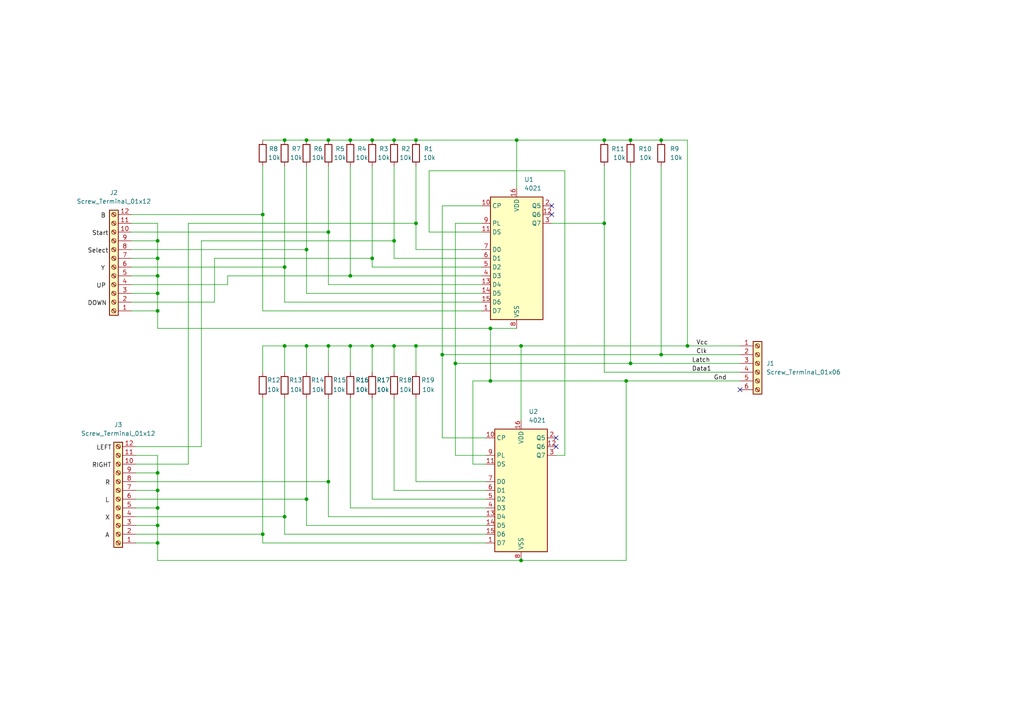
<source format=kicad_sch>
(kicad_sch (version 20231120) (generator "eeschema") (generator_version "8.0")
  (paper "A4")
  (lib_symbols
    (symbol "4xxx:4021"
      (property "Reference" "U" (at -5.08 19.05 0))
      (property "Value" "4021" (at 3.81 19.05 0))
      (symbol "4021_0_1"
        (rectangle (start -7.62 17.78) (end 7.62 -17.78) (stroke (width 0.254)) (fill (type background)))
      )
      (symbol "4021_1_1"
        (pin input line (at -10.16 -15.24 0) (length 2.54) (name "D7") (number "1"))
        (pin input line (at -10.16 15.24 0) (length 2.54) (name "CP") (number "10"))
        (pin input line (at -10.16 7.62 0) (length 2.54) (name "DS") (number "11"))
        (pin output line (at 10.16 12.7 180) (length 2.54) (name "Q6") (number "12"))
        (pin input line (at -10.16 -7.62 0) (length 2.54) (name "D4") (number "13"))
        (pin input line (at -10.16 -10.16 0) (length 2.54) (name "D5") (number "14"))
        (pin input line (at -10.16 -12.7 0) (length 2.54) (name "D6") (number "15"))
        (pin power_in line (at 0 20.32 270) (length 2.54) (name "VDD") (number "16"))
        (pin output line (at 10.16 15.24 180) (length 2.54) (name "Q5") (number "2"))
        (pin output line (at 10.16 10.16 180) (length 2.54) (name "Q7") (number "3"))
        (pin input line (at -10.16 -5.08 0) (length 2.54) (name "D3") (number "4"))
        (pin input line (at -10.16 -2.54 0) (length 2.54) (name "D2") (number "5"))
        (pin input line (at -10.16 0 0) (length 2.54) (name "D1") (number "6"))
        (pin input line (at -10.16 2.54 0) (length 2.54) (name "D0") (number "7"))
        (pin power_in line (at 0 -20.32 90) (length 2.54) (name "VSS") (number "8"))
        (pin input line (at -10.16 10.16 0) (length 2.54) (name "PL") (number "9"))
      )
    )
    (symbol "Connector:Screw_Terminal_01x06" (pin_names (offset 1.016) hide)
      (property "Reference" "J" (at 0 7.62 0))
      (property "Value" "Screw_Terminal_01x06" (at 0 -10.16 0))
      (symbol "Screw_Terminal_01x06_1_1"
        (rectangle (start -1.27 6.35) (end 1.27 -8.89) (stroke (width 0.254)) (fill (type background)))
        (circle (center 0 -7.62) (radius 0.635) (stroke (width 0.1524)))
        (circle (center 0 -5.08) (radius 0.635) (stroke (width 0.1524)))
        (circle (center 0 -2.54) (radius 0.635) (stroke (width 0.1524)))
        (polyline (pts (xy -0.5334 -7.2898) (xy 0.3302 -8.128)) (stroke (width 0.1524)))
        (polyline (pts (xy -0.5334 -4.7498) (xy 0.3302 -5.588)) (stroke (width 0.1524)))
        (polyline (pts (xy -0.5334 -2.2098) (xy 0.3302 -3.048)) (stroke (width 0.1524)))
        (polyline (pts (xy -0.5334 0.3302) (xy 0.3302 -0.508)) (stroke (width 0.1524)))
        (polyline (pts (xy -0.5334 2.8702) (xy 0.3302 2.032)) (stroke (width 0.1524)))
        (polyline (pts (xy -0.5334 5.4102) (xy 0.3302 4.572)) (stroke (width 0.1524)))
        (polyline (pts (xy -0.3556 -7.112) (xy 0.508 -7.9502)) (stroke (width 0.1524)))
        (polyline (pts (xy -0.3556 -4.572) (xy 0.508 -5.4102)) (stroke (width 0.1524)))
        (polyline (pts (xy -0.3556 -2.032) (xy 0.508 -2.8702)) (stroke (width 0.1524)))
        (polyline (pts (xy -0.3556 0.508) (xy 0.508 -0.3302)) (stroke (width 0.1524)))
        (polyline (pts (xy -0.3556 3.048) (xy 0.508 2.2098)) (stroke (width 0.1524)))
        (polyline (pts (xy -0.3556 5.588) (xy 0.508 4.7498)) (stroke (width 0.1524)))
        (circle (center 0 0) (radius 0.635) (stroke (width 0.1524)))
        (circle (center 0 2.54) (radius 0.635) (stroke (width 0.1524)))
        (circle (center 0 5.08) (radius 0.635) (stroke (width 0.1524)))
        (pin passive line (at -5.08 5.08 0) (length 3.81) (name "Pin_1") (number "1"))
        (pin passive line (at -5.08 2.54 0) (length 3.81) (name "Pin_2") (number "2"))
        (pin passive line (at -5.08 0 0) (length 3.81) (name "Pin_3") (number "3"))
        (pin passive line (at -5.08 -2.54 0) (length 3.81) (name "Pin_4") (number "4"))
        (pin passive line (at -5.08 -5.08 0) (length 3.81) (name "Pin_5") (number "5"))
        (pin passive line (at -5.08 -7.62 0) (length 3.81) (name "Pin_6") (number "6"))
      )
    )
    (symbol "Connector:Screw_Terminal_01x12" (pin_names (offset 1.016) hide)
      (property "Reference" "J" (at 0 15.24 0))
      (property "Value" "Screw_Terminal_01x12" (at 0 -17.78 0))
      (symbol "Screw_Terminal_01x12_1_1"
        (rectangle (start -1.27 13.97) (end 1.27 -16.51) (stroke (width 0.254)) (fill (type background)))
        (circle (center 0 -15.24) (radius 0.635) (stroke (width 0.1524)))
        (circle (center 0 -12.7) (radius 0.635) (stroke (width 0.1524)))
        (circle (center 0 -10.16) (radius 0.635) (stroke (width 0.1524)))
        (circle (center 0 -7.62) (radius 0.635) (stroke (width 0.1524)))
        (circle (center 0 -5.08) (radius 0.635) (stroke (width 0.1524)))
        (circle (center 0 -2.54) (radius 0.635) (stroke (width 0.1524)))
        (polyline (pts (xy -0.5334 -14.9098) (xy 0.3302 -15.748)) (stroke (width 0.1524)))
        (polyline (pts (xy -0.5334 -12.3698) (xy 0.3302 -13.208)) (stroke (width 0.1524)))
        (polyline (pts (xy -0.5334 -9.8298) (xy 0.3302 -10.668)) (stroke (width 0.1524)))
        (polyline (pts (xy -0.5334 -7.2898) (xy 0.3302 -8.128)) (stroke (width 0.1524)))
        (polyline (pts (xy -0.5334 -4.7498) (xy 0.3302 -5.588)) (stroke (width 0.1524)))
        (polyline (pts (xy -0.5334 -2.2098) (xy 0.3302 -3.048)) (stroke (width 0.1524)))
        (polyline (pts (xy -0.5334 0.3302) (xy 0.3302 -0.508)) (stroke (width 0.1524)))
        (polyline (pts (xy -0.5334 2.8702) (xy 0.3302 2.032)) (stroke (width 0.1524)))
        (polyline (pts (xy -0.5334 5.4102) (xy 0.3302 4.572)) (stroke (width 0.1524)))
        (polyline (pts (xy -0.5334 7.9502) (xy 0.3302 7.112)) (stroke (width 0.1524)))
        (polyline (pts (xy -0.5334 10.4902) (xy 0.3302 9.652)) (stroke (width 0.1524)))
        (polyline (pts (xy -0.5334 13.0302) (xy 0.3302 12.192)) (stroke (width 0.1524)))
        (polyline (pts (xy -0.3556 -14.732) (xy 0.508 -15.5702)) (stroke (width 0.1524)))
        (polyline (pts (xy -0.3556 -12.192) (xy 0.508 -13.0302)) (stroke (width 0.1524)))
        (polyline (pts (xy -0.3556 -9.652) (xy 0.508 -10.4902)) (stroke (width 0.1524)))
        (polyline (pts (xy -0.3556 -7.112) (xy 0.508 -7.9502)) (stroke (width 0.1524)))
        (polyline (pts (xy -0.3556 -4.572) (xy 0.508 -5.4102)) (stroke (width 0.1524)))
        (polyline (pts (xy -0.3556 -2.032) (xy 0.508 -2.8702)) (stroke (width 0.1524)))
        (polyline (pts (xy -0.3556 0.508) (xy 0.508 -0.3302)) (stroke (width 0.1524)))
        (polyline (pts (xy -0.3556 3.048) (xy 0.508 2.2098)) (stroke (width 0.1524)))
        (polyline (pts (xy -0.3556 5.588) (xy 0.508 4.7498)) (stroke (width 0.1524)))
        (polyline (pts (xy -0.3556 8.128) (xy 0.508 7.2898)) (stroke (width 0.1524)))
        (polyline (pts (xy -0.3556 10.668) (xy 0.508 9.8298)) (stroke (width 0.1524)))
        (polyline (pts (xy -0.3556 13.208) (xy 0.508 12.3698)) (stroke (width 0.1524)))
        (circle (center 0 0) (radius 0.635) (stroke (width 0.1524)))
        (circle (center 0 2.54) (radius 0.635) (stroke (width 0.1524)))
        (circle (center 0 5.08) (radius 0.635) (stroke (width 0.1524)))
        (circle (center 0 7.62) (radius 0.635) (stroke (width 0.1524)))
        (circle (center 0 10.16) (radius 0.635) (stroke (width 0.1524)))
        (circle (center 0 12.7) (radius 0.635) (stroke (width 0.1524)))
        (pin passive line (at -5.08 12.7 0) (length 3.81) (name "Pin_1") (number "1"))
        (pin passive line (at -5.08 -10.16 0) (length 3.81) (name "Pin_10") (number "10"))
        (pin passive line (at -5.08 -12.7 0) (length 3.81) (name "Pin_11") (number "11"))
        (pin passive line (at -5.08 -15.24 0) (length 3.81) (name "Pin_12") (number "12"))
        (pin passive line (at -5.08 10.16 0) (length 3.81) (name "Pin_2") (number "2"))
        (pin passive line (at -5.08 7.62 0) (length 3.81) (name "Pin_3") (number "3"))
        (pin passive line (at -5.08 5.08 0) (length 3.81) (name "Pin_4") (number "4"))
        (pin passive line (at -5.08 2.54 0) (length 3.81) (name "Pin_5") (number "5"))
        (pin passive line (at -5.08 0 0) (length 3.81) (name "Pin_6") (number "6"))
        (pin passive line (at -5.08 -2.54 0) (length 3.81) (name "Pin_7") (number "7"))
        (pin passive line (at -5.08 -5.08 0) (length 3.81) (name "Pin_8") (number "8"))
        (pin passive line (at -5.08 -7.62 0) (length 3.81) (name "Pin_9") (number "9"))
      )
    )
    (symbol "Device:R" (pin_numbers hide) (pin_names (offset 0))
      (property "Reference" "R" (at 2.032 0 90))
      (property "Value" "R" (at 0 0 90))
      (symbol "R_0_1"
        (rectangle (start -1.016 -2.54) (end 1.016 2.54) (stroke (width 0.254)))
      )
      (symbol "R_1_1"
        (pin passive line (at 0 3.81 270) (length 1.27) (name "~") (number "1"))
        (pin passive line (at 0 -3.81 90) (length 1.27) (name "~") (number "2"))
      )
    )
  )
  (junction (at 88.9 72.39))
  (junction (at 101.6 40.64))
  (junction (at 114.3 40.64))
  (junction (at 142.24 95.25))
  (junction (at 182.88 105.41))
  (junction (at 95.25 139.7))
  (junction (at 45.72 157.48))
  (junction (at 45.72 69.85))
  (junction (at 45.72 80.01))
  (junction (at 45.72 74.93))
  (junction (at 45.72 147.32))
  (junction (at 76.2 154.94))
  (junction (at 45.72 85.09))
  (junction (at 45.72 142.24))
  (junction (at 45.72 90.17))
  (junction (at 149.86 40.64))
  (junction (at 45.72 137.16))
  (junction (at 151.13 100.33))
  (junction (at 120.65 100.33))
  (junction (at 88.9 40.64))
  (junction (at 88.9 100.33))
  (junction (at 114.3 100.33))
  (junction (at 101.6 100.33))
  (junction (at 82.55 149.86))
  (junction (at 175.26 40.64))
  (junction (at 95.25 100.33))
  (junction (at 88.9 144.78))
  (junction (at 191.77 40.64))
  (junction (at 120.65 40.64))
  (junction (at 181.61 110.49))
  (junction (at 199.39 100.33))
  (junction (at 132.08 105.41))
  (junction (at 175.26 64.77))
  (junction (at 114.3 69.85))
  (junction (at 120.65 64.77))
  (junction (at 76.2 62.23))
  (junction (at 95.25 40.64))
  (junction (at 45.72 152.4))
  (junction (at 82.55 77.47))
  (junction (at 107.95 100.33))
  (junction (at 151.13 162.56))
  (junction (at 82.55 40.64))
  (junction (at 107.95 74.93))
  (junction (at 142.24 110.49))
  (junction (at 128.27 102.87))
  (junction (at 82.55 100.33))
  (junction (at 107.95 40.64))
  (junction (at 191.77 102.87))
  (junction (at 101.6 80.01))
  (junction (at 182.88 40.64))
  (junction (at 95.25 67.31))
  (no_connect (at 160.02 59.69))
  (no_connect (at 214.63 113.03))
  (no_connect (at 161.29 127))
  (no_connect (at 161.29 129.54))
  (no_connect (at 160.02 62.23))
  (wire (pts (xy 38.1 62.23) (xy 76.2 62.23)))
  (wire (pts (xy 140.97 154.94) (xy 82.55 154.94)))
  (wire (pts (xy 101.6 80.01) (xy 139.7 80.01)))
  (wire (pts (xy 149.86 40.64) (xy 175.26 40.64)))
  (wire (pts (xy 101.6 48.26) (xy 101.6 80.01)))
  (wire (pts (xy 38.1 80.01) (xy 45.72 80.01)))
  (wire (pts (xy 82.55 40.64) (xy 88.9 40.64)))
  (wire (pts (xy 39.37 137.16) (xy 45.72 137.16)))
  (wire (pts (xy 88.9 144.78) (xy 88.9 152.4)))
  (wire (pts (xy 163.83 49.53) (xy 163.83 132.08)))
  (wire (pts (xy 39.37 154.94) (xy 76.2 154.94)))
  (wire (pts (xy 38.1 87.63) (xy 62.23 87.63)))
  (wire (pts (xy 124.46 49.53) (xy 163.83 49.53)))
  (wire (pts (xy 137.16 134.62) (xy 137.16 110.49)))
  (wire (pts (xy 95.25 139.7) (xy 95.25 115.57)))
  (wire (pts (xy 120.65 64.77) (xy 120.65 72.39)))
  (wire (pts (xy 151.13 100.33) (xy 199.39 100.33)))
  (wire (pts (xy 76.2 40.64) (xy 82.55 40.64)))
  (wire (pts (xy 39.37 134.62) (xy 54.61 134.62)))
  (wire (pts (xy 38.1 74.93) (xy 45.72 74.93)))
  (wire (pts (xy 182.88 105.41) (xy 214.63 105.41)))
  (wire (pts (xy 163.83 132.08) (xy 161.29 132.08)))
  (wire (pts (xy 39.37 129.54) (xy 58.42 129.54)))
  (wire (pts (xy 128.27 127) (xy 140.97 127)))
  (wire (pts (xy 140.97 152.4) (xy 88.9 152.4)))
  (wire (pts (xy 140.97 142.24) (xy 114.3 142.24)))
  (wire (pts (xy 82.55 115.57) (xy 82.55 149.86)))
  (wire (pts (xy 95.25 67.31) (xy 95.25 82.55)))
  (wire (pts (xy 101.6 100.33) (xy 101.6 107.95)))
  (wire (pts (xy 45.72 80.01) (xy 45.72 74.93)))
  (wire (pts (xy 62.23 74.93) (xy 107.95 74.93)))
  (wire (pts (xy 76.2 100.33) (xy 82.55 100.33)))
  (wire (pts (xy 39.37 149.86) (xy 82.55 149.86)))
  (wire (pts (xy 76.2 154.94) (xy 76.2 115.57)))
  (wire (pts (xy 45.72 157.48) (xy 39.37 157.48)))
  (wire (pts (xy 38.1 85.09) (xy 45.72 85.09)))
  (wire (pts (xy 114.3 142.24) (xy 114.3 115.57)))
  (wire (pts (xy 39.37 142.24) (xy 45.72 142.24)))
  (wire (pts (xy 107.95 48.26) (xy 107.95 74.93)))
  (wire (pts (xy 45.72 142.24) (xy 45.72 137.16)))
  (wire (pts (xy 175.26 64.77) (xy 175.26 48.26)))
  (wire (pts (xy 107.95 77.47) (xy 139.7 77.47)))
  (wire (pts (xy 142.24 95.25) (xy 142.24 110.49)))
  (wire (pts (xy 140.97 149.86) (xy 95.25 149.86)))
  (wire (pts (xy 38.1 72.39) (xy 88.9 72.39)))
  (wire (pts (xy 151.13 121.92) (xy 151.13 100.33)))
  (wire (pts (xy 76.2 62.23) (xy 76.2 90.17)))
  (wire (pts (xy 95.25 100.33) (xy 101.6 100.33)))
  (wire (pts (xy 95.25 149.86) (xy 95.25 139.7)))
  (wire (pts (xy 114.3 69.85) (xy 114.3 74.93)))
  (wire (pts (xy 132.08 105.41) (xy 132.08 132.08)))
  (wire (pts (xy 120.65 139.7) (xy 120.65 115.57)))
  (wire (pts (xy 66.04 82.55) (xy 66.04 80.01)))
  (wire (pts (xy 38.1 69.85) (xy 45.72 69.85)))
  (wire (pts (xy 88.9 48.26) (xy 88.9 72.39)))
  (wire (pts (xy 82.55 100.33) (xy 88.9 100.33)))
  (wire (pts (xy 128.27 102.87) (xy 191.77 102.87)))
  (wire (pts (xy 39.37 139.7) (xy 95.25 139.7)))
  (wire (pts (xy 114.3 40.64) (xy 120.65 40.64)))
  (wire (pts (xy 191.77 102.87) (xy 214.63 102.87)))
  (wire (pts (xy 39.37 144.78) (xy 88.9 144.78)))
  (wire (pts (xy 88.9 100.33) (xy 88.9 107.95)))
  (wire (pts (xy 199.39 40.64) (xy 199.39 100.33)))
  (wire (pts (xy 199.39 100.33) (xy 214.63 100.33)))
  (wire (pts (xy 45.72 137.16) (xy 45.72 132.08)))
  (wire (pts (xy 182.88 105.41) (xy 182.88 48.26)))
  (wire (pts (xy 45.72 90.17) (xy 45.72 85.09)))
  (wire (pts (xy 175.26 107.95) (xy 175.26 64.77)))
  (wire (pts (xy 82.55 100.33) (xy 82.55 107.95)))
  (wire (pts (xy 114.3 100.33) (xy 114.3 107.95)))
  (wire (pts (xy 88.9 40.64) (xy 95.25 40.64)))
  (wire (pts (xy 191.77 102.87) (xy 191.77 48.26)))
  (wire (pts (xy 76.2 157.48) (xy 76.2 154.94)))
  (wire (pts (xy 140.97 147.32) (xy 101.6 147.32)))
  (wire (pts (xy 45.72 85.09) (xy 45.72 80.01)))
  (wire (pts (xy 107.95 100.33) (xy 107.95 107.95)))
  (wire (pts (xy 149.86 40.64) (xy 149.86 54.61)))
  (wire (pts (xy 54.61 64.77) (xy 120.65 64.77)))
  (wire (pts (xy 45.72 152.4) (xy 45.72 147.32)))
  (wire (pts (xy 54.61 134.62) (xy 54.61 64.77)))
  (wire (pts (xy 38.1 67.31) (xy 95.25 67.31)))
  (wire (pts (xy 142.24 110.49) (xy 181.61 110.49)))
  (wire (pts (xy 120.65 100.33) (xy 120.65 107.95)))
  (wire (pts (xy 175.26 107.95) (xy 214.63 107.95)))
  (wire (pts (xy 82.55 48.26) (xy 82.55 77.47)))
  (wire (pts (xy 120.65 100.33) (xy 151.13 100.33)))
  (wire (pts (xy 128.27 102.87) (xy 128.27 127)))
  (wire (pts (xy 120.65 72.39) (xy 139.7 72.39)))
  (wire (pts (xy 160.02 64.77) (xy 175.26 64.77)))
  (wire (pts (xy 88.9 115.57) (xy 88.9 144.78)))
  (wire (pts (xy 45.72 90.17) (xy 38.1 90.17)))
  (wire (pts (xy 95.25 48.26) (xy 95.25 67.31)))
  (wire (pts (xy 45.72 74.93) (xy 45.72 69.85)))
  (wire (pts (xy 107.95 40.64) (xy 114.3 40.64)))
  (wire (pts (xy 88.9 85.09) (xy 139.7 85.09)))
  (wire (pts (xy 140.97 134.62) (xy 137.16 134.62)))
  (wire (pts (xy 181.61 110.49) (xy 214.63 110.49)))
  (wire (pts (xy 82.55 149.86) (xy 82.55 154.94)))
  (wire (pts (xy 124.46 67.31) (xy 139.7 67.31)))
  (wire (pts (xy 139.7 64.77) (xy 132.08 64.77)))
  (wire (pts (xy 45.72 162.56) (xy 45.72 157.48)))
  (wire (pts (xy 39.37 152.4) (xy 45.72 152.4)))
  (wire (pts (xy 58.42 69.85) (xy 114.3 69.85)))
  (wire (pts (xy 120.65 40.64) (xy 149.86 40.64)))
  (wire (pts (xy 45.72 69.85) (xy 45.72 64.77)))
  (wire (pts (xy 45.72 157.48) (xy 45.72 152.4)))
  (wire (pts (xy 107.95 100.33) (xy 114.3 100.33)))
  (wire (pts (xy 45.72 95.25) (xy 142.24 95.25)))
  (wire (pts (xy 182.88 40.64) (xy 191.77 40.64)))
  (wire (pts (xy 39.37 147.32) (xy 45.72 147.32)))
  (wire (pts (xy 45.72 132.08) (xy 39.37 132.08)))
  (wire (pts (xy 88.9 72.39) (xy 88.9 85.09)))
  (wire (pts (xy 132.08 105.41) (xy 182.88 105.41)))
  (wire (pts (xy 62.23 87.63) (xy 62.23 74.93)))
  (wire (pts (xy 38.1 77.47) (xy 82.55 77.47)))
  (wire (pts (xy 95.25 100.33) (xy 95.25 107.95)))
  (wire (pts (xy 181.61 110.49) (xy 181.61 162.56)))
  (wire (pts (xy 107.95 144.78) (xy 107.95 115.57)))
  (wire (pts (xy 140.97 139.7) (xy 120.65 139.7)))
  (wire (pts (xy 114.3 100.33) (xy 120.65 100.33)))
  (wire (pts (xy 114.3 74.93) (xy 139.7 74.93)))
  (wire (pts (xy 140.97 157.48) (xy 76.2 157.48)))
  (wire (pts (xy 88.9 100.33) (xy 95.25 100.33)))
  (wire (pts (xy 45.72 147.32) (xy 45.72 142.24)))
  (wire (pts (xy 82.55 77.47) (xy 82.55 87.63)))
  (wire (pts (xy 95.25 82.55) (xy 139.7 82.55)))
  (wire (pts (xy 132.08 132.08) (xy 140.97 132.08)))
  (wire (pts (xy 149.86 95.25) (xy 142.24 95.25)))
  (wire (pts (xy 175.26 40.64) (xy 182.88 40.64)))
  (wire (pts (xy 107.95 74.93) (xy 107.95 77.47)))
  (wire (pts (xy 82.55 87.63) (xy 139.7 87.63)))
  (wire (pts (xy 137.16 110.49) (xy 142.24 110.49)))
  (wire (pts (xy 76.2 90.17) (xy 139.7 90.17)))
  (wire (pts (xy 191.77 40.64) (xy 199.39 40.64)))
  (wire (pts (xy 58.42 129.54) (xy 58.42 69.85)))
  (wire (pts (xy 128.27 59.69) (xy 128.27 102.87)))
  (wire (pts (xy 140.97 144.78) (xy 107.95 144.78)))
  (wire (pts (xy 76.2 100.33) (xy 76.2 107.95)))
  (wire (pts (xy 95.25 40.64) (xy 101.6 40.64)))
  (wire (pts (xy 139.7 59.69) (xy 128.27 59.69)))
  (wire (pts (xy 45.72 64.77) (xy 38.1 64.77)))
  (wire (pts (xy 114.3 48.26) (xy 114.3 69.85)))
  (wire (pts (xy 124.46 67.31) (xy 124.46 49.53)))
  (wire (pts (xy 120.65 48.26) (xy 120.65 64.77)))
  (wire (pts (xy 38.1 82.55) (xy 66.04 82.55)))
  (wire (pts (xy 45.72 162.56) (xy 151.13 162.56)))
  (wire (pts (xy 101.6 100.33) (xy 107.95 100.33)))
  (wire (pts (xy 181.61 162.56) (xy 151.13 162.56)))
  (wire (pts (xy 45.72 95.25) (xy 45.72 90.17)))
  (wire (pts (xy 66.04 80.01) (xy 101.6 80.01)))
  (wire (pts (xy 132.08 64.77) (xy 132.08 105.41)))
  (wire (pts (xy 101.6 40.64) (xy 107.95 40.64)))
  (wire (pts (xy 101.6 147.32) (xy 101.6 115.57)))
  (wire (pts (xy 76.2 48.26) (xy 76.2 62.23)))
  (label "A" (at 30.48 156.21 0))
  (label "DOWN" (at 25.4 88.9 0))
  (label "Select" (at 25.4 73.66 0))
  (label "R" (at 30.48 140.97 0))
  (label "UP" (at 27.94 83.82 0))
  (label "Latch" (at 200.66 105.41 0))
  (label "Y" (at 29.21 78.74 0))
  (label "LEFT" (at 27.94 130.81 0))
  (label "Clk" (at 201.93 102.87 0))
  (label "Data1" (at 200.66 107.95 0))
  (label "L" (at 30.48 146.05 0))
  (label "Vcc" (at 201.93 100.33 0))
  (label "X" (at 30.48 151.13 0))
  (label "RIGHT" (at 26.67 135.89 0))
  (label "Gnd" (at 207.01 110.49 0))
  (label "Start" (at 26.67 68.58 0))
  (label "B" (at 29.21 63.5 0))
  (symbol (lib_id "Device:R") (at 82.55 44.45 0) (unit 1)
    (property "Reference" "R7" (at 84.582 43.18 0) (effects (justify left)))
    (property "Value" "10k" (at 84.074 45.72 0) (effects (justify left)))
    (property "Footprint" "Resistor_THT:R_Axial_DIN0207_L6.3mm_D2.5mm_P5.08mm_Vertical" (effects (hide yes)))
    (property "Description" "Resistor" (effects (hide yes)))
  )
  (symbol (lib_id "Device:R") (at 101.6 44.45 0) (unit 1)
    (property "Reference" "R4" (at 103.632 43.18 0) (effects (justify left)))
    (property "Value" "10k" (at 103.124 45.72 0) (effects (justify left)))
    (property "Footprint" "Resistor_THT:R_Axial_DIN0207_L6.3mm_D2.5mm_P5.08mm_Vertical" (effects (hide yes)))
    (property "Description" "Resistor" (effects (hide yes)))
  )
  (symbol (lib_id "Connector:Screw_Terminal_01x06") (at 219.71 105.41 0) (unit 1)
    (property "Reference" "J1" (at 222.25 105.4099 0) (effects (justify left)))
    (property "Value" "Screw_Terminal_01x06" (at 222.25 107.9499 0) (effects (justify left)))
    (property "Footprint" "TerminalBlock:TerminalBlock_MaiXu_MX126-5.0-06P_1x06_P5.00mm" (effects (hide yes)))
    (property "Description" "Generic screw terminal, single row, 01x06, script generated (kicad-library-utils/schlib/autogen/connector/)" (effects (hide yes)))
  )
  (symbol (lib_id "Connector:Screw_Terminal_01x12") (at 33.02 77.47 180) (unit 1)
    (property "Reference" "J2" (at 33.02 55.88 0))
    (property "Value" "Screw_Terminal_01x12" (at 33.02 58.42 0))
    (property "Footprint" "TerminalBlock:TerminalBlock_MaiXu_MX126-5.0-12P_1x12_P5.00mm" (effects (hide yes)))
    (property "Description" "Generic screw terminal, single row, 01x12, script generated (kicad-library-utils/schlib/autogen/connector/)" (effects (hide yes)))
  )
  (symbol (lib_id "Device:R") (at 107.95 111.76 0) (unit 1)
    (property "Reference" "R17" (at 109.22 110.236 0) (effects (justify left)))
    (property "Value" "10k" (at 109.22 113.03 0) (effects (justify left)))
    (property "Footprint" "Resistor_THT:R_Axial_DIN0207_L6.3mm_D2.5mm_P5.08mm_Vertical" (effects (hide yes)))
    (property "Description" "Resistor" (effects (hide yes)))
  )
  (symbol (lib_id "Device:R") (at 107.95 44.45 0) (unit 1)
    (property "Reference" "R3" (at 109.982 43.18 0) (effects (justify left)))
    (property "Value" "10k" (at 109.474 45.72 0) (effects (justify left)))
    (property "Footprint" "Resistor_THT:R_Axial_DIN0207_L6.3mm_D2.5mm_P5.08mm_Vertical" (effects (hide yes)))
    (property "Description" "Resistor" (effects (hide yes)))
  )
  (symbol (lib_id "Device:R") (at 191.77 44.45 0) (unit 1)
    (property "Reference" "R9" (at 194.31 43.1799 0) (effects (justify left)))
    (property "Value" "10k" (at 194.31 45.7199 0) (effects (justify left)))
    (property "Footprint" "Resistor_THT:R_Axial_DIN0207_L6.3mm_D2.5mm_P5.08mm_Vertical" (effects (hide yes)))
    (property "Description" "Resistor" (effects (hide yes)))
  )
  (symbol (lib_id "Device:R") (at 101.6 111.76 0) (unit 1)
    (property "Reference" "R16" (at 103.124 110.236 0) (effects (justify left)))
    (property "Value" "10k" (at 103.124 113.03 0) (effects (justify left)))
    (property "Footprint" "Resistor_THT:R_Axial_DIN0207_L6.3mm_D2.5mm_P5.08mm_Vertical" (effects (hide yes)))
    (property "Description" "Resistor" (effects (hide yes)))
  )
  (symbol (lib_id "4xxx:4021") (at 149.86 74.93 0) (unit 1)
    (property "Reference" "U1" (at 152.0541 52.07 0) (effects (justify left)))
    (property "Value" "4021" (at 152.0541 54.61 0) (effects (justify left)))
    (property "Footprint" "Package_DIP:DIP-16_W7.62mm" (effects (hide yes)))
    (property "Datasheet" "https://assets.nexperia.com/documents/data-sheet/HEF4021B.pdf" (effects (hide yes)))
    (property "Description" "8-bit static shift register" (effects (hide yes)))
  )
  (symbol (lib_id "Device:R") (at 114.3 111.76 0) (unit 1)
    (property "Reference" "R18" (at 115.57 110.236 0) (effects (justify left)))
    (property "Value" "10k" (at 115.824 113.03 0) (effects (justify left)))
    (property "Footprint" "Resistor_THT:R_Axial_DIN0207_L6.3mm_D2.5mm_P5.08mm_Vertical" (effects (hide yes)))
    (property "Description" "Resistor" (effects (hide yes)))
  )
  (symbol (lib_id "Device:R") (at 82.55 111.76 0) (unit 1)
    (property "Reference" "R13" (at 83.82 110.236 0) (effects (justify left)))
    (property "Value" "10k" (at 84.074 113.03 0) (effects (justify left)))
    (property "Footprint" "Resistor_THT:R_Axial_DIN0207_L6.3mm_D2.5mm_P5.08mm_Vertical" (effects (hide yes)))
    (property "Description" "Resistor" (effects (hide yes)))
  )
  (symbol (lib_id "Device:R") (at 95.25 111.76 0) (unit 1)
    (property "Reference" "R15" (at 96.52 110.236 0) (effects (justify left)))
    (property "Value" "10k" (at 96.52 113.03 0) (effects (justify left)))
    (property "Footprint" "Resistor_THT:R_Axial_DIN0207_L6.3mm_D2.5mm_P5.08mm_Vertical" (effects (hide yes)))
    (property "Description" "Resistor" (effects (hide yes)))
  )
  (symbol (lib_id "Device:R") (at 88.9 44.45 0) (unit 1)
    (property "Reference" "R6" (at 90.932 43.18 0) (effects (justify left)))
    (property "Value" "10k" (at 90.424 45.72 0) (effects (justify left)))
    (property "Footprint" "Resistor_THT:R_Axial_DIN0207_L6.3mm_D2.5mm_P5.08mm_Vertical" (effects (hide yes)))
    (property "Description" "Resistor" (effects (hide yes)))
  )
  (symbol (lib_id "Connector:Screw_Terminal_01x12") (at 34.29 144.78 180) (unit 1)
    (property "Reference" "J3" (at 34.29 123.19 0))
    (property "Value" "Screw_Terminal_01x12" (at 34.29 125.73 0))
    (property "Footprint" "TerminalBlock:TerminalBlock_MaiXu_MX126-5.0-12P_1x12_P5.00mm" (effects (hide yes)))
    (property "Description" "Generic screw terminal, single row, 01x12, script generated (kicad-library-utils/schlib/autogen/connector/)" (effects (hide yes)))
  )
  (symbol (lib_id "Device:R") (at 88.9 111.76 0) (unit 1)
    (property "Reference" "R14" (at 90.17 110.236 0) (effects (justify left)))
    (property "Value" "10k" (at 90.424 113.03 0) (effects (justify left)))
    (property "Footprint" "Resistor_THT:R_Axial_DIN0207_L6.3mm_D2.5mm_P5.08mm_Vertical" (effects (hide yes)))
    (property "Description" "Resistor" (effects (hide yes)))
  )
  (symbol (lib_id "Device:R") (at 120.65 111.76 0) (unit 1)
    (property "Reference" "R19" (at 122.174 110.236 0) (effects (justify left)))
    (property "Value" "10k" (at 122.428 113.03 0) (effects (justify left)))
    (property "Footprint" "Resistor_THT:R_Axial_DIN0207_L6.3mm_D2.5mm_P5.08mm_Vertical" (effects (hide yes)))
    (property "Description" "Resistor" (effects (hide yes)))
  )
  (symbol (lib_id "4xxx:4021") (at 151.13 142.24 0) (unit 1)
    (property "Reference" "U2" (at 153.3241 119.38 0) (effects (justify left)))
    (property "Value" "4021" (at 153.3241 121.92 0) (effects (justify left)))
    (property "Footprint" "Package_DIP:DIP-16_W7.62mm" (effects (hide yes)))
    (property "Datasheet" "https://assets.nexperia.com/documents/data-sheet/HEF4021B.pdf" (effects (hide yes)))
    (property "Description" "8-bit static shift register" (effects (hide yes)))
  )
  (symbol (lib_id "Device:R") (at 175.26 44.45 0) (unit 1)
    (property "Reference" "R11" (at 177.292 43.18 0) (effects (justify left)))
    (property "Value" "10k" (at 177.8 45.7199 0) (effects (justify left)))
    (property "Footprint" "Resistor_THT:R_Axial_DIN0207_L6.3mm_D2.5mm_P5.08mm_Vertical" (effects (hide yes)))
    (property "Description" "Resistor" (effects (hide yes)))
  )
  (symbol (lib_id "Device:R") (at 76.2 44.45 0) (unit 1)
    (property "Reference" "R8" (at 77.978 43.18 0) (effects (justify left)))
    (property "Value" "10k" (at 77.724 45.72 0) (effects (justify left)))
    (property "Footprint" "Resistor_THT:R_Axial_DIN0207_L6.3mm_D2.5mm_P5.08mm_Vertical" (effects (hide yes)))
    (property "Description" "Resistor" (effects (hide yes)))
  )
  (symbol (lib_id "Device:R") (at 76.2 111.76 0) (unit 1)
    (property "Reference" "R12" (at 77.47 110.236 0) (effects (justify left)))
    (property "Value" "10k" (at 77.47 113.03 0) (effects (justify left)))
    (property "Footprint" "Resistor_THT:R_Axial_DIN0207_L6.3mm_D2.5mm_P5.08mm_Vertical" (effects (hide yes)))
    (property "Description" "Resistor" (effects (hide yes)))
  )
  (symbol (lib_id "Device:R") (at 182.88 44.45 0) (unit 1)
    (property "Reference" "R10" (at 185.166 43.18 0) (effects (justify left)))
    (property "Value" "10k" (at 185.42 45.7199 0) (effects (justify left)))
    (property "Footprint" "Resistor_THT:R_Axial_DIN0207_L6.3mm_D2.5mm_P5.08mm_Vertical" (effects (hide yes)))
    (property "Description" "Resistor" (effects (hide yes)))
  )
  (symbol (lib_id "Device:R") (at 120.65 44.45 0) (unit 1)
    (property "Reference" "R1" (at 122.936 43.18 0) (effects (justify left)))
    (property "Value" "10k" (at 122.682 45.72 0) (effects (justify left)))
    (property "Footprint" "Resistor_THT:R_Axial_DIN0207_L6.3mm_D2.5mm_P5.08mm_Vertical" (effects (hide yes)))
    (property "Description" "Resistor" (effects (hide yes)))
  )
  (symbol (lib_id "Device:R") (at 95.25 44.45 0) (unit 1)
    (property "Reference" "R5" (at 97.282 43.18 0) (effects (justify left)))
    (property "Value" "10k" (at 96.774 45.72 0) (effects (justify left)))
    (property "Footprint" "Resistor_THT:R_Axial_DIN0207_L6.3mm_D2.5mm_P5.08mm_Vertical" (effects (hide yes)))
    (property "Description" "Resistor" (effects (hide yes)))
  )
  (symbol (lib_id "Device:R") (at 114.3 44.45 0) (unit 1)
    (property "Reference" "R2" (at 116.332 43.18 0) (effects (justify left)))
    (property "Value" "10k" (at 115.824 45.72 0) (effects (justify left)))
    (property "Footprint" "Resistor_THT:R_Axial_DIN0207_L6.3mm_D2.5mm_P5.08mm_Vertical" (effects (hide yes)))
    (property "Description" "Resistor" (effects (hide yes)))
  )
)
</source>
